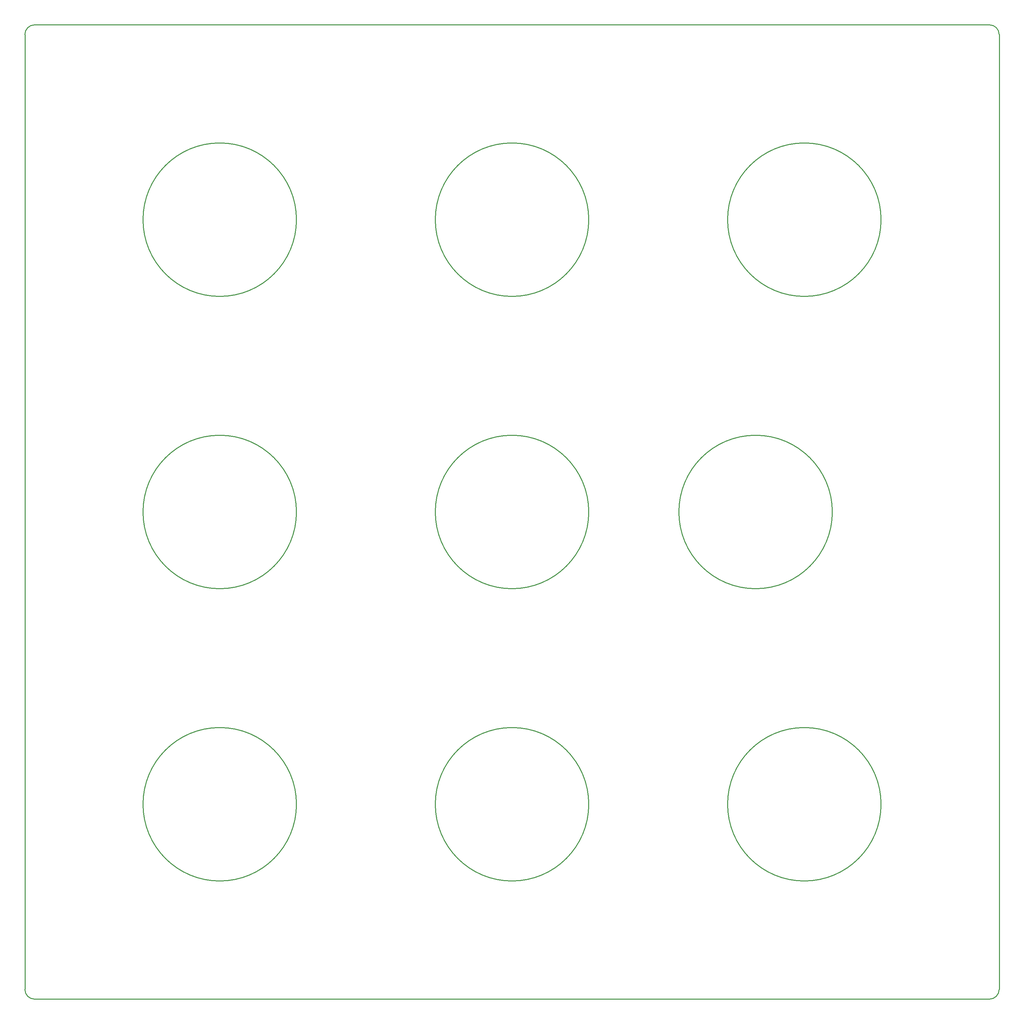
<source format=gbr>
G04 #@! TF.FileFunction,Profile,NP*
%FSLAX46Y46*%
G04 Gerber Fmt 4.6, Leading zero omitted, Abs format (unit mm)*
G04 Created by KiCad (PCBNEW 4.0.7-e2-6376~58~ubuntu16.04.1) date Mon Sep 23 14:36:03 2019*
%MOMM*%
%LPD*%
G01*
G04 APERTURE LIST*
%ADD10C,0.100000*%
%ADD11C,0.254000*%
G04 APERTURE END LIST*
D10*
D11*
X248600000Y-228600000D02*
G75*
G03X248600000Y-228600000I-20000000J0D01*
G01*
X235900000Y-152400000D02*
G75*
G03X235900000Y-152400000I-20000000J0D01*
G01*
X248600000Y-76200000D02*
G75*
G03X248600000Y-76200000I-20000000J0D01*
G01*
X172400000Y-228600000D02*
G75*
G03X172400000Y-228600000I-20000000J0D01*
G01*
X172400000Y-152400000D02*
G75*
G03X172400000Y-152400000I-20000000J0D01*
G01*
X172400000Y-76200000D02*
G75*
G03X172400000Y-76200000I-20000000J0D01*
G01*
X96200000Y-228600000D02*
G75*
G03X96200000Y-228600000I-20000000J0D01*
G01*
X96200000Y-152400000D02*
G75*
G03X96200000Y-152400000I-20000000J0D01*
G01*
X96200000Y-76200000D02*
G75*
G03X96200000Y-76200000I-20000000J0D01*
G01*
X276860000Y-25400000D02*
X27940000Y-25400000D01*
X279400000Y-276860000D02*
X279400000Y-27940000D01*
X27940000Y-279400000D02*
X276860000Y-279400000D01*
X25400000Y-27940000D02*
X25400000Y-276860000D01*
X25400000Y-276860000D02*
G75*
G03X27940000Y-279400000I2540000J0D01*
G01*
X276860000Y-279400000D02*
G75*
G03X279400000Y-276860000I0J2540000D01*
G01*
X279400000Y-27940000D02*
G75*
G03X276860000Y-25400000I-2540000J0D01*
G01*
X27940000Y-25400000D02*
G75*
G03X25400000Y-27940000I0J-2540000D01*
G01*
M02*

</source>
